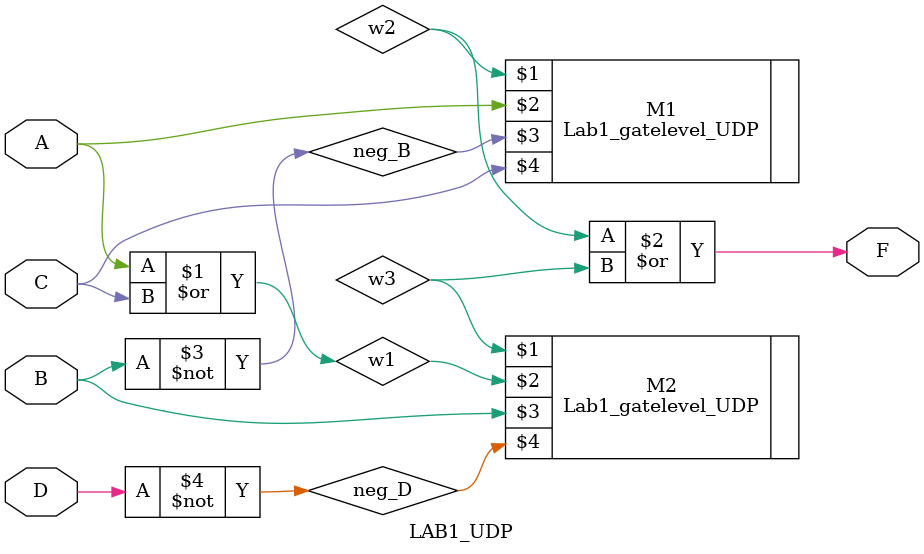
<source format=v>
module	LAB1_UDP(F, A, B, C, D);
	output	F;
	input	A, B, C, D;
	wire	neg_B, neg_D, w1, w2, w3;
	
    not                 G1(neg_B, B);
    or                  G2(w1, A, C);
    not                 G3(neg_D, D);
	Lab1_gatelevel_UDP	M1(w2, A, neg_B, C);
	Lab1_gatelevel_UDP	M2(w3, w1, B, neg_D);
    or                  G4(F, w2, w3);
endmodule
</source>
